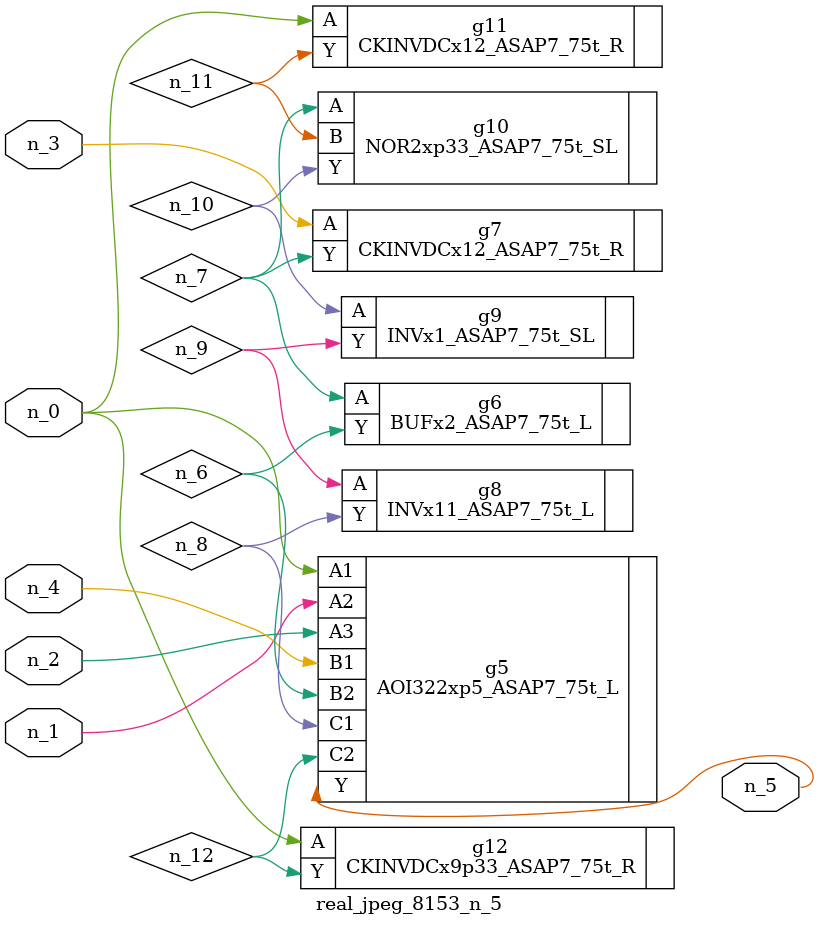
<source format=v>
module real_jpeg_8153_n_5 (n_4, n_0, n_1, n_2, n_3, n_5);

input n_4;
input n_0;
input n_1;
input n_2;
input n_3;

output n_5;

wire n_12;
wire n_8;
wire n_11;
wire n_6;
wire n_7;
wire n_10;
wire n_9;

AOI322xp5_ASAP7_75t_L g5 ( 
.A1(n_0),
.A2(n_1),
.A3(n_2),
.B1(n_4),
.B2(n_6),
.C1(n_8),
.C2(n_12),
.Y(n_5)
);

CKINVDCx12_ASAP7_75t_R g11 ( 
.A(n_0),
.Y(n_11)
);

CKINVDCx9p33_ASAP7_75t_R g12 ( 
.A(n_0),
.Y(n_12)
);

CKINVDCx12_ASAP7_75t_R g7 ( 
.A(n_3),
.Y(n_7)
);

BUFx2_ASAP7_75t_L g6 ( 
.A(n_7),
.Y(n_6)
);

NOR2xp33_ASAP7_75t_SL g10 ( 
.A(n_7),
.B(n_11),
.Y(n_10)
);

INVx11_ASAP7_75t_L g8 ( 
.A(n_9),
.Y(n_8)
);

INVx1_ASAP7_75t_SL g9 ( 
.A(n_10),
.Y(n_9)
);


endmodule
</source>
